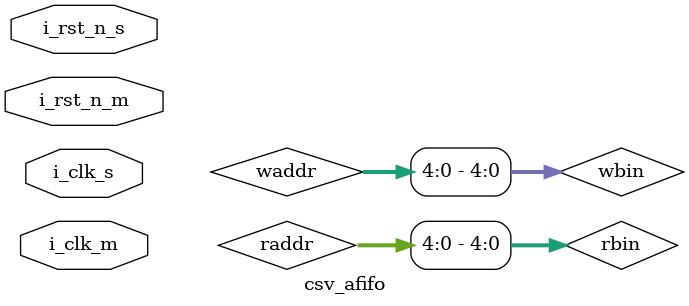
<source format=sv>
/*
11/05/2023: Sua interface fifo_stalvl.slv: bo input full, bo input empty
            Bo sung them tin hieu enable: enable_write, enable_read.
	
*/
module csv_afifo
    #(
	parameter WIDTH = 32,
	parameter DEPTH = 32
	)
	(
	// write domain clock
	input  i_clk_s,
	input  i_rst_n_s,
	dstm_intf.slv s_dstm,      
	// configure level for fifo
    fifo_stalvl.s_config s_config,
    // read domain clock
	input  i_clk_m,
	input  i_rst_n_m,
	dstm_intf.mst m_dstm,      
	// get status
	fifo_stalvl.mst m_stalvl     
	);
	parameter ASIZE = $clog2(DEPTH);
	logic [ASIZE : 0]     wq2_rptr, wptr;
	logic [ASIZE : 0]     rq2_wptr, rptr;
	logic [ASIZE - 1 : 0]  waddr, raddr;

	/*
	sync_r2w block 
	2 ff synchronizer to synchronize
	read poiter to write clock domain: active theo clock of write domain
	*/

	
	logic [ASIZE : 0] wq1_rptr;
	always_ff @(posedge i_clk_s or negedge i_rst_n_s)
	    begin
		    if(!i_rst_n_s)
			    begin
				    {wq1_rptr, wq2_rptr} <= 0;
				end
			else
			    begin
				    {wq2_rptr, wq1_rptr} <= {wq1_rptr, rptr};		
				end
		end
	/*
	sync_w2r block 
	2 ff synchronizer to synchronize
	write poiter to read poiter domain
	*/

	logic [ASIZE : 0] rq1_wptr;
	always_ff @(posedge i_clk_m or negedge i_rst_n_m)
	    begin
		    if(!i_rst_n_m)
			    begin
				    {rq2_wptr, rq1_wptr} <= 0;
				end
			else 
			    begin
				    {rq2_wptr, rq1_wptr} <= {rq1_wptr, wptr};
				end
		end
		
	//wprt_full block
	
	logic [ASIZE : 0] wbin;
	logic [ASIZE : 0] wgray_next, wbin_next, wgray_next_p1;
	logic             awfull_val, wfull_val;
	always_ff @(posedge i_clk_s or negedge i_rst_n_s)
	    begin
		    if(!i_rst_n_s)
			    begin
				    {wbin,wptr} <= 0;
				end
			else
			    begin
				    {wbin, wptr} <= {wbin_next, wgray_next};
				end
		end
	// Memory write-address pointer (okay to use binary to address memory)
	always_comb
	    begin
		    waddr         = wbin[ASIZE - 1 : 0];
			wbin_next     = wbin + (s_dstm.valid & ~m_stalvl.full);
			wgray_next    =  (wbin_next >> 1 ) ^ wbin_next;
			wgray_next_p1 = ( (wbin_next + s_config.almostfull) >> 1 ) ^ (wbin_next + s_config.almostfull);    // thay doi gia tri almostfull tai day
			wfull_val     = (wgray_next == { ~wq2_rptr[ASIZE : ASIZE - 1], wq2_rptr[ASIZE - 2 : 0]}) ? 1 : 0;
			awfull_val    = (wgray_next_p1 == {~wq2_rptr[ASIZE : ASIZE - 1], wq2_rptr[ASIZE - 2 : 0]}) ? 1 : 0;
		end
	always_ff @(posedge i_clk_s or negedge i_rst_n_s)
	    begin
		    if(!i_rst_n_s)
			    begin
			        m_stalvl.almostfull     <= 0;
				    m_stalvl.full      <= 0;
				end
			else
			    begin
			        m_stalvl.almostfull     <= awfull_val;
				    m_stalvl.full      <= wfull_val;
				end
				
		end
	
	//rprt empty	
	
	logic [ASIZE : 0] rbin;
	logic [ASIZE : 0] rgray_next, rbin_next, rgray_next_m1;
	logic             arempty_val, rempty_val;

    always_ff @(posedge i_clk_m or negedge i_rst_n_m)
	    begin
		    if(!i_rst_n_m)
				{rbin, rptr} <= 0;
			else
			    {rbin, rptr} <= {rbin_next, rgray_next};
		end
	// Memory read-address pointer (okay to use binary to address memory)
	always_comb
	    begin
		    raddr         = rbin[ASIZE - 1 : 0];
			if(m_dstm.ready & ~m_stalvl.empty) rbin_next     = rbin + 1;
            else rbin_next     = rbin;			
			//rbin_next     = rbin + (m_dstm.ready & ~m_stalvl.empty);
			rgray_next    = (rbin_next >> 1) ^ rbin_next;
			rgray_next_m1 = ( (rbin_next + s_config.almostempty ) >> 1 ) ^ (rbin_next + s_config.almostempty);   // thay doi gia tri almostempty tai day
		
		end
	
	// fifo empty when the next rprt == synchronized wprt or on reset;
	always_comb
	    begin 
		    rempty_val   = (rgray_next    == rq2_wptr) ? 1 : 0;
			arempty_val  = (rgray_next_m1 == rq2_wptr) ? 1 : 0;		
		end
	always_ff @(posedge i_clk_m or negedge i_rst_n_m)
	    begin
		    if(!i_rst_n_m)
			    begin
				    m_stalvl.almostempty  <= 0;
					m_stalvl.empty         <= 1;
				end
			else
			    begin
				    m_stalvl.almostempty <= arempty_val;
					m_stalvl.empty       <= rempty_val;
				end
		end
	/*
	fifo memory
	*/
	logic    [WIDTH - 1 : 0] fifo_mem [0: DEPTH - 1];
	
	                // write data
	always_ff @(posedge i_clk_s or negedge i_rst_n_s)
	    begin
		    if(!i_rst_n_s)
			    begin
				end
			else if(s_dstm.valid && !m_stalvl.full)
			    fifo_mem[waddr] <= s_dstm.data;
		end
	                   // read data
	always_comb
	    begin
		    if(m_dstm.ready)
			     m_dstm.data = fifo_mem[raddr];		
		end	
	always_comb
	    begin
            s_dstm.ready         = ~m_stalvl.full;	
			m_dstm.valid         = ~m_stalvl.empty;
			
		end
endmodule: csv_afifo
</source>
